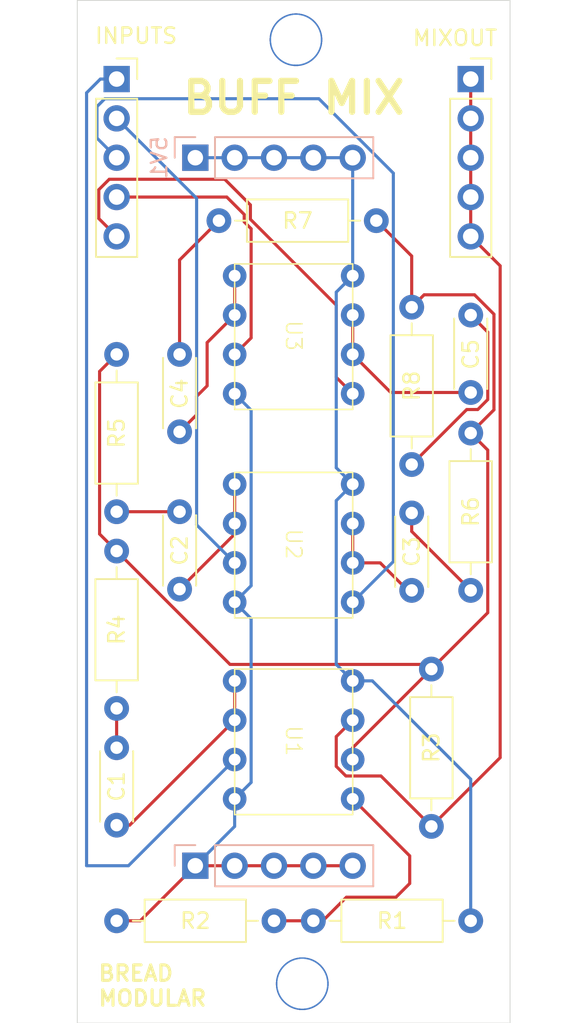
<source format=kicad_pcb>
(kicad_pcb (version 20240108) (generator "pcbnew") (generator_version "8.0")
  (layers (0 "F.Cu" signal) (31 "B.Cu" signal) (34 "B.Paste" user) (35 "F.Paste" user) (36 "B.SilkS" user "B.Silkscreen") (37 "F.SilkS" user "F.Silkscreen") (38 "B.Mask" user) (39 "F.Mask" user) (44 "Edge.Cuts" user))
  (net 0 "")
  (net 1 "GND")
  (net 2 "+5V")
  (net 3 "MIX OUT")
  (net 4 "Net-(C1-Pad2)")
  (net 5 "Net-(U1B-+)")
  (net 6 "Net-(U1A--)")
  (net 7 "INPUT 1")
  (net 8 "Net-(U1B--)")
  (net 9 "Net-(U2A--)")
  (net 10 "Net-(C2-Pad2)")
  (net 11 "Net-(U2B--)")
  (net 12 "Net-(C3-Pad2)")
  (net 13 "Net-(C4-Pad2)")
  (net 14 "Net-(U3A--)")
  (net 15 "Net-(U3B--)")
  (net 16 "Net-(C5-Pad2)")
  (net 17 "INPUT 5")
  (net 18 "INPUT 2")
  (net 19 "INPUT 4")
  (net 20 "INPUT 3")
  (footprint "Capacitor_THT:C_Disc_D4.3mm_W1.9mm_P5.00mm" (layer "F.Cu") (at 54.864 78.66 90)
    (property "Reference" "C2" (at 2.5 0 90) (layer "F.SilkS"))
    (property "Value" "C_Small")
    (fp_line (start 4.77 -1.07) (end 4.77 -1.055) (stroke (width 0.12)) (layer "F.SilkS"))
    (fp_line (start 0.23 -1.07) (end 4.77 -1.07) (stroke (width 0.12)) (layer "F.SilkS"))
    (fp_line (start 0.23 -1.07) (end 0.23 -1.055) (stroke (width 0.12)) (layer "F.SilkS"))
    (fp_line (start 4.77 1.055) (end 4.77 1.07) (stroke (width 0.12)) (layer "F.SilkS"))
    (fp_line (start 0.23 1.055) (end 0.23 1.07) (stroke (width 0.12)) (layer "F.SilkS"))
    (fp_line (start 0.23 1.07) (end 4.77 1.07) (stroke (width 0.12)) (layer "F.SilkS"))
    (pad "1" thru_hole circle (at 0 0 90) (size 1.6 1.6) (drill 0.8) (layers "*.Cu" "*.Mask") (net 9 "Net-(U2A--)"))
    (pad "2" thru_hole circle (at 5 0 90) (size 1.6 1.6) (drill 0.8) (layers "*.Cu" "*.Mask") (net 10 "Net-(C2-Pad2)"))
  )
  (footprint "Capacitor_THT:C_Disc_D4.3mm_W1.9mm_P5.00mm" (layer "F.Cu") (at 54.864 68.5 90)
    (property "Reference" "C4" (at 2.46 0 90) (layer "F.SilkS"))
    (property "Value" "C_Small")
    (fp_line (start 4.77 -1.07) (end 4.77 -1.055) (stroke (width 0.12)) (layer "F.SilkS"))
    (fp_line (start 0.23 -1.07) (end 4.77 -1.07) (stroke (width 0.12)) (layer "F.SilkS"))
    (fp_line (start 0.23 -1.07) (end 0.23 -1.055) (stroke (width 0.12)) (layer "F.SilkS"))
    (fp_line (start 4.77 1.055) (end 4.77 1.07) (stroke (width 0.12)) (layer "F.SilkS"))
    (fp_line (start 0.23 1.055) (end 0.23 1.07) (stroke (width 0.12)) (layer "F.SilkS"))
    (fp_line (start 0.23 1.07) (end 4.77 1.07) (stroke (width 0.12)) (layer "F.SilkS"))
    (pad "1" thru_hole circle (at 0 0 90) (size 1.6 1.6) (drill 0.8) (layers "*.Cu" "*.Mask") (net 14 "Net-(U3A--)"))
    (pad "2" thru_hole circle (at 5 0 90) (size 1.6 1.6) (drill 0.8) (layers "*.Cu" "*.Mask") (net 13 "Net-(C4-Pad2)"))
  )
  (footprint "Connector_PinSocket_2.54mm:PinSocket_1x05_P2.54mm_Vertical" (layer "F.Cu") (at 73.66 45.72)
    (property "Reference" "MIXOUT" (at -1.015145 -2.649623 0) (layer "F.SilkS"))
    (property "Value" "Conn_01x05_Socket")
    (fp_line (start -1.33 1.27) (end -1.33 11.49) (stroke (width 0.12)) (layer "F.SilkS"))
    (fp_line (start -1.33 1.27) (end 1.33 1.27) (stroke (width 0.12)) (layer "F.SilkS"))
    (fp_line (start -1.33 11.49) (end 1.33 11.49) (stroke (width 0.12)) (layer "F.SilkS"))
    (fp_line (start 0 -1.33) (end 1.33 -1.33) (stroke (width 0.12)) (layer "F.SilkS"))
    (fp_line (start 1.33 -1.33) (end 1.33 0) (stroke (width 0.12)) (layer "F.SilkS"))
    (fp_line (start 1.33 1.27) (end 1.33 11.49) (stroke (width 0.12)) (layer "F.SilkS"))
    (pad "1" thru_hole rect (at 0 0) (size 1.7 1.7) (drill 1) (layers "*.Cu" "*.Mask") (net 3 "MIX OUT"))
    (pad "2" thru_hole oval (at 0 2.54) (size 1.7 1.7) (drill 1) (layers "*.Cu" "*.Mask") (net 3 "MIX OUT"))
    (pad "3" thru_hole oval (at 0 5.08) (size 1.7 1.7) (drill 1) (layers "*.Cu" "*.Mask") (net 3 "MIX OUT"))
    (pad "4" thru_hole oval (at 0 7.62) (size 1.7 1.7) (drill 1) (layers "*.Cu" "*.Mask") (net 3 "MIX OUT"))
    (pad "5" thru_hole oval (at 0 10.16) (size 1.7 1.7) (drill 1) (layers "*.Cu" "*.Mask") (net 3 "MIX OUT"))
  )
  (footprint "Resistor_THT:R_Axial_DIN0207_L6.3mm_D2.5mm_P10.16mm_Horizontal" (layer "F.Cu") (at 50.8 100.076)
    (property "Reference" "R2" (at 5.08 0 0) (layer "F.SilkS"))
    (property "Value" "10K")
    (fp_line (start 1.04 0) (end 1.81 0) (stroke (width 0.12)) (layer "F.SilkS"))
    (fp_line (start 1.81 -1.37) (end 1.81 1.37) (stroke (width 0.12)) (layer "F.SilkS"))
    (fp_line (start 1.81 1.37) (end 8.35 1.37) (stroke (width 0.12)) (layer "F.SilkS"))
    (fp_line (start 8.35 -1.37) (end 1.81 -1.37) (stroke (width 0.12)) (layer "F.SilkS"))
    (fp_line (start 8.35 1.37) (end 8.35 -1.37) (stroke (width 0.12)) (layer "F.SilkS"))
    (fp_line (start 9.12 0) (end 8.35 0) (stroke (width 0.12)) (layer "F.SilkS"))
    (pad "1" thru_hole circle (at 0 0) (size 1.6 1.6) (drill 0.8) (layers "*.Cu" "*.Mask") (net 1 "GND"))
    (pad "2" thru_hole oval (at 10.16 0) (size 1.6 1.6) (drill 0.8) (layers "*.Cu" "*.Mask") (net 5 "Net-(U1B-+)"))
  )
  (footprint "Library:LM358_THT" (layer "F.Cu") (at 61.214 62.738 -90)
    (property "Reference" "U3" (at -0.4507 -1.016 -90) (layer "F.SilkS") (effects (font (thickness 0.1))))
    (property "Value" "LM358")
    (fp_line (start -5.08 2.794) (end -5.08 -4.826) (stroke (width 0.1)) (layer "F.SilkS"))
    (fp_line (start 4.318 2.794) (end -5.08 2.794) (stroke (width 0.1)) (layer "F.SilkS"))
    (fp_line (start -5.08 -4.826) (end 4.318 -4.826) (stroke (width 0.1)) (layer "F.SilkS"))
    (fp_line (start 4.318 -4.826) (end 4.318 2.794) (stroke (width 0.1)) (layer "F.SilkS"))
    (pad "1" thru_hole circle (at -4.318 2.794 270) (size 1.524 1.524) (drill 0.762) (layers "*.Cu" "*.Mask") (net 14 "Net-(U3A--)"))
    (pad "2" thru_hole circle (at -1.778 2.794 270) (size 1.524 1.524) (drill 0.762) (layers "*.Cu" "*.Mask") (net 14 "Net-(U3A--)"))
    (pad "3" thru_hole circle (at 0.762 2.794 270) (size 1.524 1.524) (drill 0.762) (layers "*.Cu" "*.Mask") (net 19 "INPUT 4"))
    (pad "4" thru_hole circle (at 3.302 2.794 270) (size 1.524 1.524) (drill 0.762) (layers "*.Cu" "*.Mask") (net 1 "GND"))
    (pad "5" thru_hole circle (at 3.302 -4.826 270) (size 1.524 1.524) (drill 0.762) (layers "*.Cu" "*.Mask") (net 17 "INPUT 5"))
    (pad "6" thru_hole circle (at 0.762 -4.826 270) (size 1.524 1.524) (drill 0.762) (layers "*.Cu" "*.Mask") (net 15 "Net-(U3B--)"))
    (pad "7" thru_hole circle (at -1.778 -4.826 270) (size 1.524 1.524) (drill 0.762) (layers "*.Cu" "*.Mask") (net 15 "Net-(U3B--)"))
    (pad "8" thru_hole circle (at -4.318 -4.826 270) (size 1.524 1.524) (drill 0.762) (layers "*.Cu" "*.Mask") (net 2 "+5V"))
  )
  (footprint "Connector_PinSocket_2.54mm:PinSocket_1x05_P2.54mm_Vertical" (layer "F.Cu") (at 50.8 45.72)
    (property "Reference" "INPUTS" (at 1.258129 -2.792587 0) (layer "F.SilkS"))
    (property "Value" "Conn_01x05_Socket")
    (fp_line (start -1.33 1.27) (end -1.33 11.49) (stroke (width 0.12)) (layer "F.SilkS"))
    (fp_line (start -1.33 1.27) (end 1.33 1.27) (stroke (width 0.12)) (layer "F.SilkS"))
    (fp_line (start -1.33 11.49) (end 1.33 11.49) (stroke (width 0.12)) (layer "F.SilkS"))
    (fp_line (start 0 -1.33) (end 1.33 -1.33) (stroke (width 0.12)) (layer "F.SilkS"))
    (fp_line (start 1.33 -1.33) (end 1.33 0) (stroke (width 0.12)) (layer "F.SilkS"))
    (fp_line (start 1.33 1.27) (end 1.33 11.49) (stroke (width 0.12)) (layer "F.SilkS"))
    (pad "1" thru_hole rect (at 0 0) (size 1.7 1.7) (drill 1) (layers "*.Cu" "*.Mask") (net 7 "INPUT 1"))
    (pad "2" thru_hole oval (at 0 2.54) (size 1.7 1.7) (drill 1) (layers "*.Cu" "*.Mask") (net 18 "INPUT 2"))
    (pad "3" thru_hole oval (at 0 5.08) (size 1.7 1.7) (drill 1) (layers "*.Cu" "*.Mask") (net 20 "INPUT 3"))
    (pad "4" thru_hole oval (at 0 7.62) (size 1.7 1.7) (drill 1) (layers "*.Cu" "*.Mask") (net 19 "INPUT 4"))
    (pad "5" thru_hole oval (at 0 10.16) (size 1.7 1.7) (drill 1) (layers "*.Cu" "*.Mask") (net 17 "INPUT 5"))
  )
  (footprint "Resistor_THT:R_Axial_DIN0207_L6.3mm_D2.5mm_P10.16mm_Horizontal" (layer "F.Cu") (at 63.5 100.076)
    (property "Reference" "R1" (at 5.08 0 0) (layer "F.SilkS"))
    (property "Value" "10K")
    (fp_line (start 1.04 0) (end 1.81 0) (stroke (width 0.12)) (layer "F.SilkS"))
    (fp_line (start 1.81 -1.37) (end 1.81 1.37) (stroke (width 0.12)) (layer "F.SilkS"))
    (fp_line (start 1.81 1.37) (end 8.35 1.37) (stroke (width 0.12)) (layer "F.SilkS"))
    (fp_line (start 8.35 -1.37) (end 1.81 -1.37) (stroke (width 0.12)) (layer "F.SilkS"))
    (fp_line (start 8.35 1.37) (end 8.35 -1.37) (stroke (width 0.12)) (layer "F.SilkS"))
    (fp_line (start 9.12 0) (end 8.35 0) (stroke (width 0.12)) (layer "F.SilkS"))
    (pad "1" thru_hole circle (at 0 0) (size 1.6 1.6) (drill 0.8) (layers "*.Cu" "*.Mask") (net 5 "Net-(U1B-+)"))
    (pad "2" thru_hole oval (at 10.16 0) (size 1.6 1.6) (drill 0.8) (layers "*.Cu" "*.Mask") (net 2 "+5V"))
  )
  (footprint "Resistor_THT:R_Axial_DIN0207_L6.3mm_D2.5mm_P10.16mm_Horizontal" (layer "F.Cu") (at 73.66 78.74 90)
    (property "Reference" "R6" (at 5.08 0 90) (layer "F.SilkS"))
    (property "Value" "100K")
    (fp_line (start 8.35 -1.37) (end 1.81 -1.37) (stroke (width 0.12)) (layer "F.SilkS"))
    (fp_line (start 1.81 -1.37) (end 1.81 1.37) (stroke (width 0.12)) (layer "F.SilkS"))
    (fp_line (start 9.12 0) (end 8.35 0) (stroke (width 0.12)) (layer "F.SilkS"))
    (fp_line (start 1.04 0) (end 1.81 0) (stroke (width 0.12)) (layer "F.SilkS"))
    (fp_line (start 8.35 1.37) (end 8.35 -1.37) (stroke (width 0.12)) (layer "F.SilkS"))
    (fp_line (start 1.81 1.37) (end 8.35 1.37) (stroke (width 0.12)) (layer "F.SilkS"))
    (pad "1" thru_hole circle (at 0 0 90) (size 1.6 1.6) (drill 0.8) (layers "*.Cu" "*.Mask") (net 12 "Net-(C3-Pad2)"))
    (pad "2" thru_hole oval (at 10.16 0 90) (size 1.6 1.6) (drill 0.8) (layers "*.Cu" "*.Mask") (net 8 "Net-(U1B--)"))
  )
  (footprint "Library:LM358_THT" (layer "F.Cu") (at 61.214 88.9 -90)
    (property "Reference" "U1" (at -0.4507 -1.016 -90) (layer "F.SilkS") (effects (font (thickness 0.1))))
    (property "Value" "LM358")
    (fp_line (start -5.08 2.794) (end -5.08 -4.826) (stroke (width 0.1)) (layer "F.SilkS"))
    (fp_line (start 4.318 2.794) (end -5.08 2.794) (stroke (width 0.1)) (layer "F.SilkS"))
    (fp_line (start -5.08 -4.826) (end 4.318 -4.826) (stroke (width 0.1)) (layer "F.SilkS"))
    (fp_line (start 4.318 -4.826) (end 4.318 2.794) (stroke (width 0.1)) (layer "F.SilkS"))
    (pad "1" thru_hole circle (at -4.318 2.794 270) (size 1.524 1.524) (drill 0.762) (layers "*.Cu" "*.Mask") (net 6 "Net-(U1A--)"))
    (pad "2" thru_hole circle (at -1.778 2.794 270) (size 1.524 1.524) (drill 0.762) (layers "*.Cu" "*.Mask") (net 6 "Net-(U1A--)"))
    (pad "3" thru_hole circle (at 0.762 2.794 270) (size 1.524 1.524) (drill 0.762) (layers "*.Cu" "*.Mask") (net 7 "INPUT 1"))
    (pad "4" thru_hole circle (at 3.302 2.794 270) (size 1.524 1.524) (drill 0.762) (layers "*.Cu" "*.Mask") (net 1 "GND"))
    (pad "5" thru_hole circle (at 3.302 -4.826 270) (size 1.524 1.524) (drill 0.762) (layers "*.Cu" "*.Mask") (net 5 "Net-(U1B-+)"))
    (pad "6" thru_hole circle (at 0.762 -4.826 270) (size 1.524 1.524) (drill 0.762) (layers "*.Cu" "*.Mask") (net 8 "Net-(U1B--)"))
    (pad "7" thru_hole circle (at -1.778 -4.826 270) (size 1.524 1.524) (drill 0.762) (layers "*.Cu" "*.Mask") (net 3 "MIX OUT"))
    (pad "8" thru_hole circle (at -4.318 -4.826 270) (size 1.524 1.524) (drill 0.762) (layers "*.Cu" "*.Mask") (net 2 "+5V"))
  )
  (footprint "Resistor_THT:R_Axial_DIN0207_L6.3mm_D2.5mm_P10.16mm_Horizontal" (layer "F.Cu") (at 50.8 86.36 90)
    (property "Reference" "R4" (at 5.08 0 90) (layer "F.SilkS"))
    (property "Value" "100K")
    (fp_line (start 8.35 -1.37) (end 1.81 -1.37) (stroke (width 0.12)) (layer "F.SilkS"))
    (fp_line (start 1.81 -1.37) (end 1.81 1.37) (stroke (width 0.12)) (layer "F.SilkS"))
    (fp_line (start 9.12 0) (end 8.35 0) (stroke (width 0.12)) (layer "F.SilkS"))
    (fp_line (start 1.04 0) (end 1.81 0) (stroke (width 0.12)) (layer "F.SilkS"))
    (fp_line (start 8.35 1.37) (end 8.35 -1.37) (stroke (width 0.12)) (layer "F.SilkS"))
    (fp_line (start 1.81 1.37) (end 8.35 1.37) (stroke (width 0.12)) (layer "F.SilkS"))
    (pad "1" thru_hole circle (at 0 0 90) (size 1.6 1.6) (drill 0.8) (layers "*.Cu" "*.Mask") (net 4 "Net-(C1-Pad2)"))
    (pad "2" thru_hole oval (at 10.16 0 90) (size 1.6 1.6) (drill 0.8) (layers "*.Cu" "*.Mask") (net 8 "Net-(U1B--)"))
  )
  (footprint "Resistor_THT:R_Axial_DIN0207_L6.3mm_D2.5mm_P10.16mm_Horizontal" (layer "F.Cu") (at 57.404 54.864)
    (property "Reference" "R7" (at 5.08 0 0) (layer "F.SilkS"))
    (property "Value" "100K")
    (fp_line (start 1.04 0) (end 1.81 0) (stroke (width 0.12)) (layer "F.SilkS"))
    (fp_line (start 1.81 -1.37) (end 1.81 1.37) (stroke (width 0.12)) (layer "F.SilkS"))
    (fp_line (start 1.81 1.37) (end 8.35 1.37) (stroke (width 0.12)) (layer "F.SilkS"))
    (fp_line (start 8.35 -1.37) (end 1.81 -1.37) (stroke (width 0.12)) (layer "F.SilkS"))
    (fp_line (start 8.35 1.37) (end 8.35 -1.37) (stroke (width 0.12)) (layer "F.SilkS"))
    (fp_line (start 9.12 0) (end 8.35 0) (stroke (width 0.12)) (layer "F.SilkS"))
    (pad "1" thru_hole circle (at 0 0) (size 1.6 1.6) (drill 0.8) (layers "*.Cu" "*.Mask") (net 13 "Net-(C4-Pad2)"))
    (pad "2" thru_hole oval (at 10.16 0) (size 1.6 1.6) (drill 0.8) (layers "*.Cu" "*.Mask") (net 8 "Net-(U1B--)"))
  )
  (footprint "Resistor_THT:R_Axial_DIN0207_L6.3mm_D2.5mm_P10.16mm_Horizontal" (layer "F.Cu") (at 71.12 83.82 -90)
    (property "Reference" "R3" (at 5.08 0 90) (layer "F.SilkS"))
    (property "Value" "100K")
    (fp_line (start 1.81 1.37) (end 8.35 1.37) (stroke (width 0.12)) (layer "F.SilkS"))
    (fp_line (start 8.35 1.37) (end 8.35 -1.37) (stroke (width 0.12)) (layer "F.SilkS"))
    (fp_line (start 1.04 0) (end 1.81 0) (stroke (width 0.12)) (layer "F.SilkS"))
    (fp_line (start 9.12 0) (end 8.35 0) (stroke (width 0.12)) (layer "F.SilkS"))
    (fp_line (start 1.81 -1.37) (end 1.81 1.37) (stroke (width 0.12)) (layer "F.SilkS"))
    (fp_line (start 8.35 -1.37) (end 1.81 -1.37) (stroke (width 0.12)) (layer "F.SilkS"))
    (pad "1" thru_hole circle (at 0 0 270) (size 1.6 1.6) (drill 0.8) (layers "*.Cu" "*.Mask") (net 8 "Net-(U1B--)"))
    (pad "2" thru_hole oval (at 10.16 0 270) (size 1.6 1.6) (drill 0.8) (layers "*.Cu" "*.Mask") (net 3 "MIX OUT"))
  )
  (footprint "Resistor_THT:R_Axial_DIN0207_L6.3mm_D2.5mm_P10.16mm_Horizontal" (layer "F.Cu") (at 50.8 73.66 90)
    (property "Reference" "R5" (at 5.08 0 90) (layer "F.SilkS"))
    (property "Value" "100K")
    (fp_line (start 8.35 -1.37) (end 1.81 -1.37) (stroke (width 0.12)) (layer "F.SilkS"))
    (fp_line (start 1.81 -1.37) (end 1.81 1.37) (stroke (width 0.12)) (layer "F.SilkS"))
    (fp_line (start 9.12 0) (end 8.35 0) (stroke (width 0.12)) (layer "F.SilkS"))
    (fp_line (start 1.04 0) (end 1.81 0) (stroke (width 0.12)) (layer "F.SilkS"))
    (fp_line (start 8.35 1.37) (end 8.35 -1.37) (stroke (width 0.12)) (layer "F.SilkS"))
    (fp_line (start 1.81 1.37) (end 8.35 1.37) (stroke (width 0.12)) (layer "F.SilkS"))
    (pad "1" thru_hole circle (at 0 0 90) (size 1.6 1.6) (drill 0.8) (layers "*.Cu" "*.Mask") (net 10 "Net-(C2-Pad2)"))
    (pad "2" thru_hole oval (at 10.16 0 90) (size 1.6 1.6) (drill 0.8) (layers "*.Cu" "*.Mask") (net 8 "Net-(U1B--)"))
  )
  (footprint "Capacitor_THT:C_Disc_D4.3mm_W1.9mm_P5.00mm" (layer "F.Cu") (at 50.8 93.9 90)
    (property "Reference" "C1" (at 2.5 0 90) (layer "F.SilkS"))
    (property "Value" "C_Small")
    (fp_line (start 4.77 -1.07) (end 4.77 -1.055) (stroke (width 0.12)) (layer "F.SilkS"))
    (fp_line (start 0.23 -1.07) (end 4.77 -1.07) (stroke (width 0.12)) (layer "F.SilkS"))
    (fp_line (start 0.23 -1.07) (end 0.23 -1.055) (stroke (width 0.12)) (layer "F.SilkS"))
    (fp_line (start 4.77 1.055) (end 4.77 1.07) (stroke (width 0.12)) (layer "F.SilkS"))
    (fp_line (start 0.23 1.055) (end 0.23 1.07) (stroke (width 0.12)) (layer "F.SilkS"))
    (fp_line (start 0.23 1.07) (end 4.77 1.07) (stroke (width 0.12)) (layer "F.SilkS"))
    (pad "1" thru_hole circle (at 0 0 90) (size 1.6 1.6) (drill 0.8) (layers "*.Cu" "*.Mask") (net 6 "Net-(U1A--)"))
    (pad "2" thru_hole circle (at 5 0 90) (size 1.6 1.6) (drill 0.8) (layers "*.Cu" "*.Mask") (net 4 "Net-(C1-Pad2)"))
  )
  (footprint "Capacitor_THT:C_Disc_D4.3mm_W1.9mm_P5.00mm" (layer "F.Cu") (at 73.66 65.96 90)
    (property "Reference" "C5" (at 2.46 0 90) (layer "F.SilkS"))
    (property "Value" "C_Small")
    (fp_line (start 4.77 -1.07) (end 4.77 -1.055) (stroke (width 0.12)) (layer "F.SilkS"))
    (fp_line (start 0.23 -1.07) (end 4.77 -1.07) (stroke (width 0.12)) (layer "F.SilkS"))
    (fp_line (start 0.23 -1.07) (end 0.23 -1.055) (stroke (width 0.12)) (layer "F.SilkS"))
    (fp_line (start 4.77 1.055) (end 4.77 1.07) (stroke (width 0.12)) (layer "F.SilkS"))
    (fp_line (start 0.23 1.055) (end 0.23 1.07) (stroke (width 0.12)) (layer "F.SilkS"))
    (fp_line (start 0.23 1.07) (end 4.77 1.07) (stroke (width 0.12)) (layer "F.SilkS"))
    (pad "1" thru_hole circle (at 0 0 90) (size 1.6 1.6) (drill 0.8) (layers "*.Cu" "*.Mask") (net 15 "Net-(U3B--)"))
    (pad "2" thru_hole circle (at 5 0 90) (size 1.6 1.6) (drill 0.8) (layers "*.Cu" "*.Mask") (net 16 "Net-(C5-Pad2)"))
  )
  (footprint "Resistor_THT:R_Axial_DIN0207_L6.3mm_D2.5mm_P10.16mm_Horizontal" (layer "F.Cu") (at 69.85 70.612 90)
    (property "Reference" "R8" (at 5.08 0 90) (layer "F.SilkS"))
    (property "Value" "100K")
    (fp_line (start 8.35 -1.37) (end 1.81 -1.37) (stroke (width 0.12)) (layer "F.SilkS"))
    (fp_line (start 1.81 -1.37) (end 1.81 1.37) (stroke (width 0.12)) (layer "F.SilkS"))
    (fp_line (start 9.12 0) (end 8.35 0) (stroke (width 0.12)) (layer "F.SilkS"))
    (fp_line (start 1.04 0) (end 1.81 0) (stroke (width 0.12)) (layer "F.SilkS"))
    (fp_line (start 8.35 1.37) (end 8.35 -1.37) (stroke (width 0.12)) (layer "F.SilkS"))
    (fp_line (start 1.81 1.37) (end 8.35 1.37) (stroke (width 0.12)) (layer "F.SilkS"))
    (pad "1" thru_hole circle (at 0 0 90) (size 1.6 1.6) (drill 0.8) (layers "*.Cu" "*.Mask") (net 16 "Net-(C5-Pad2)"))
    (pad "2" thru_hole oval (at 10.16 0 90) (size 1.6 1.6) (drill 0.8) (layers "*.Cu" "*.Mask") (net 8 "Net-(U1B--)"))
  )
  (footprint "Library:LM358_THT" (layer "F.Cu") (at 61.214 76.2 -90)
    (property "Reference" "U2" (at -0.4507 -1.016 -90) (layer "F.SilkS") (effects (font (thickness 0.1))))
    (property "Value" "LM358")
    (fp_line (start -5.08 2.794) (end -5.08 -4.826) (stroke (width 0.1)) (layer "F.SilkS"))
    (fp_line (start 4.318 2.794) (end -5.08 2.794) (stroke (width 0.1)) (layer "F.SilkS"))
    (fp_line (start -5.08 -4.826) (end 4.318 -4.826) (stroke (width 0.1)) (layer "F.SilkS"))
    (fp_line (start 4.318 -4.826) (end 4.318 2.794) (stroke (width 0.1)) (layer "F.SilkS"))
    (pad "1" thru_hole circle (at -4.318 2.794 270) (size 1.524 1.524) (drill 0.762) (layers "*.Cu" "*.Mask") (net 9 "Net-(U2A--)"))
    (pad "2" thru_hole circle (at -1.778 2.794 270) (size 1.524 1.524) (drill 0.762) (layers "*.Cu" "*.Mask") (net 9 "Net-(U2A--)"))
    (pad "3" thru_hole circle (at 0.762 2.794 270) (size 1.524 1.524) (drill 0.762) (layers "*.Cu" "*.Mask") (net 18 "INPUT 2"))
    (pad "4" thru_hole circle (at 3.302 2.794 270) (size 1.524 1.524) (drill 0.762) (layers "*.Cu" "*.Mask") (net 1 "GND"))
    (pad "5" thru_hole circle (at 3.302 -4.826 270) (size 1.524 1.524) (drill 0.762) (layers "*.Cu" "*.Mask") (net 20 "INPUT 3"))
    (pad "6" thru_hole circle (at 0.762 -4.826 270) (size 1.524 1.524) (drill 0.762) (layers "*.Cu" "*.Mask") (net 11 "Net-(U2B--)"))
    (pad "7" thru_hole circle (at -1.778 -4.826 270) (size 1.524 1.524) (drill 0.762) (layers "*.Cu" "*.Mask") (net 11 "Net-(U2B--)"))
    (pad "8" thru_hole circle (at -4.318 -4.826 270) (size 1.524 1.524) (drill 0.762) (layers "*.Cu" "*.Mask") (net 2 "+5V"))
  )
  (footprint "Capacitor_THT:C_Disc_D4.3mm_W1.9mm_P5.00mm" (layer "F.Cu") (at 69.85 78.74 90)
    (property "Reference" "C3" (at 2.5 0 90) (layer "F.SilkS"))
    (property "Value" "C_Small")
    (fp_line (start 4.77 -1.07) (end 4.77 -1.055) (stroke (width 0.12)) (layer "F.SilkS"))
    (fp_line (start 0.23 -1.07) (end 4.77 -1.07) (stroke (width 0.12)) (layer "F.SilkS"))
    (fp_line (start 0.23 -1.07) (end 0.23 -1.055) (stroke (width 0.12)) (layer "F.SilkS"))
    (fp_line (start 4.77 1.055) (end 4.77 1.07) (stroke (width 0.12)) (layer "F.SilkS"))
    (fp_line (start 0.23 1.055) (end 0.23 1.07) (stroke (width 0.12)) (layer "F.SilkS"))
    (fp_line (start 0.23 1.07) (end 4.77 1.07) (stroke (width 0.12)) (layer "F.SilkS"))
    (pad "1" thru_hole circle (at 0 0 90) (size 1.6 1.6) (drill 0.8) (layers "*.Cu" "*.Mask") (net 11 "Net-(U2B--)"))
    (pad "2" thru_hole circle (at 5 0 90) (size 1.6 1.6) (drill 0.8) (layers "*.Cu" "*.Mask") (net 12 "Net-(C3-Pad2)"))
  )
  (footprint "Connector_PinHeader_2.54mm:PinHeader_1x05_P2.54mm_Vertical" (layer "B.Cu") (at 55.88 50.8 -90)
    (property "Reference" "5V1" (at 0 2.33 90) (layer "B.SilkS") (effects (justify mirror)))
    (property "Value" "Conn_01x05_Pin")
    (fp_line (start -1.33 1.33) (end -1.33 0) (stroke (width 0.12)) (layer "B.SilkS"))
    (fp_line (start 0 1.33) (end -1.33 1.33) (stroke (width 0.12)) (layer "B.SilkS"))
    (fp_line (start 1.33 -1.27) (end -1.33 -1.27) (stroke (width 0.12)) (layer "B.SilkS"))
    (fp_line (start -1.33 -11.49) (end -1.33 -1.27) (stroke (width 0.12)) (layer "B.SilkS"))
    (fp_line (start 1.33 -11.49) (end 1.33 -1.27) (stroke (width 0.12)) (layer "B.SilkS"))
    (fp_line (start 1.33 -11.49) (end -1.33 -11.49) (stroke (width 0.12)) (layer "B.SilkS"))
    (pad "1" thru_hole rect (at 0 0 270) (size 1.7 1.7) (drill 1) (layers "*.Cu" "*.Mask") (net 2 "+5V"))
    (pad "2" thru_hole oval (at 0 -2.54 270) (size 1.7 1.7) (drill 1) (layers "*.Cu" "*.Mask") (net 2 "+5V"))
    (pad "3" thru_hole oval (at 0 -5.08 270) (size 1.7 1.7) (drill 1) (layers "*.Cu" "*.Mask") (net 2 "+5V"))
    (pad "4" thru_hole oval (at 0 -7.62 270) (size 1.7 1.7) (drill 1) (layers "*.Cu" "*.Mask") (net 2 "+5V"))
    (pad "5" thru_hole oval (at 0 -10.16 270) (size 1.7 1.7) (drill 1) (layers "*.Cu" "*.Mask") (net 2 "+5V"))
  )
  (footprint "Connector_PinHeader_2.54mm:PinHeader_1x05_P2.54mm_Vertical" (layer "B.Cu") (at 55.88 96.52 -90)
    (property "Reference" "GND1" (hide yes))
    (property "Value" "Conn_01x05_Pin")
    (fp_line (start -1.33 1.33) (end -1.33 0) (stroke (width 0.12)) (layer "B.SilkS"))
    (fp_line (start 0 1.33) (end -1.33 1.33) (stroke (width 0.12)) (layer "B.SilkS"))
    (fp_line (start 1.33 -1.27) (end -1.33 -1.27) (stroke (width 0.12)) (layer "B.SilkS"))
    (fp_line (start -1.33 -11.49) (end -1.33 -1.27) (stroke (width 0.12)) (layer "B.SilkS"))
    (fp_line (start 1.33 -11.49) (end 1.33 -1.27) (stroke (width 0.12)) (layer "B.SilkS"))
    (fp_line (start 1.33 -11.49) (end -1.33 -11.49) (stroke (width 0.12)) (layer "B.SilkS"))
    (pad "1" thru_hole rect (at 0 0 270) (size 1.7 1.7) (drill 1) (layers "*.Cu" "*.Mask") (net 1 "GND"))
    (pad "2" thru_hole oval (at 0 -2.54 270) (size 1.7 1.7) (drill 1) (layers "*.Cu" "*.Mask") (net 1 "GND"))
    (pad "3" thru_hole oval (at 0 -5.08 270) (size 1.7 1.7) (drill 1) (layers "*.Cu" "*.Mask") (net 1 "GND"))
    (pad "4" thru_hole oval (at 0 -7.62 270) (size 1.7 1.7) (drill 1) (layers "*.Cu" "*.Mask") (net 1 "GND"))
    (pad "5" thru_hole oval (at 0 -10.16 270) (size 1.7 1.7) (drill 1) (layers "*.Cu" "*.Mask") (net 1 "GND"))
  )
  (gr_line (start 48.26 106.68) (end 76.2 106.68) (stroke (width 0.05)) (layer "Edge.Cuts"))
  (gr_line (start 48.26 104.14) (end 48.26 106.68) (stroke (width 0.05)) (layer "Edge.Cuts"))
  (gr_line (start 76.2 40.64) (end 48.26 40.64) (stroke (width 0.05)) (layer "Edge.Cuts"))
  (gr_line (start 48.26 40.64) (end 48.26 104.14) (stroke (width 0.05)) (layer "Edge.Cuts"))
  (gr_line (start 76.2 106.68) (end 76.2 40.64) (stroke (width 0.05)) (layer "Edge.Cuts"))
  (gr_text "BUFF MIX" (at 54.881419 48.103513 0) (layer "F.SilkS") (effects (font (size 2 2) (thickness 0.4) (bold yes)) (justify left bottom)))
  (gr_text "BREAD\nMODULAR" (at 49.53 105.664 0) (layer "F.SilkS") (effects (font (size 1 1) (thickness 0.2) (bold yes)) (justify left bottom)))
  (via (at 62.37758 43.18) (size 3.4) (drill 3.2) (layers "F.Cu" "B.Cu") (net 0))
  (via (at 62.784908 104.14) (size 3.4) (drill 3.2) (layers "F.Cu" "B.Cu") (net 0))
  (via (at 62.37758 43.18) (size 3.4) (drill 3.2) (layers "F.Cu" "B.Cu") (net 0))
  (via (at 62.784908 104.14) (size 3.4) (drill 3.2) (layers "F.Cu" "B.Cu") (net 0))
  (via (at 62.784908 104.14) (size 3.4) (drill 3.2) (layers "F.Cu" "B.Cu") (net 0))
  (via (at 62.784908 104.14) (size 3.4) (drill 3.2) (layers "F.Cu" "B.Cu") (net 0))
  (via (at 62.37758 43.18) (size 3.4) (drill 3.2) (layers "F.Cu" "B.Cu") (net 0))
  (via (at 62.37758 43.18) (size 3.4) (drill 3.2) (layers "F.Cu" "B.Cu") (net 0))
  (segment (start 52.324 100.076) (end 55.88 96.52) (width 0.2) (layer "F.Cu") (net 1))
  (segment (start 50.8 100.076) (end 52.324 100.076) (width 0.2) (layer "F.Cu") (net 1))
  (segment (start 58.42 96.52) (end 66.04 96.52) (width 0.2) (layer "F.Cu") (net 1))
  (segment (start 55.88 96.52) (end 58.42 96.52) (width 0.2) (layer "F.Cu") (net 1))
  (segment (start 59.482 78.44) (end 58.42 79.502) (width 0.2) (layer "B.Cu") (net 1))
  (segment (start 58.42 66.04) (end 59.482 67.102) (width 0.2) (layer "B.Cu") (net 1))
  (segment (start 59.482 80.564) (end 59.482 91.14) (width 0.2) (layer "B.Cu") (net 1))
  (segment (start 58.42 79.502) (end 59.482 80.564) (width 0.2) (layer "B.Cu") (net 1))
  (segment (start 59.482 91.14) (end 58.42 92.202) (width 0.2) (layer "B.Cu") (net 1))
  (segment (start 58.42 92.202) (end 58.42 93.98) (width 0.2) (layer "B.Cu") (net 1))
  (segment (start 59.482 67.102) (end 59.482 78.44) (width 0.2) (layer "B.Cu") (net 1))
  (segment (start 58.42 93.98) (end 55.88 96.52) (width 0.2) (layer "B.Cu") (net 1))
  (segment (start 73.66 100.076) (end 73.66 90.932) (width 0.2) (layer "B.Cu") (net 2))
  (segment (start 66.04 71.882) (end 64.978 72.944) (width 0.2) (layer "B.Cu") (net 2))
  (segment (start 64.978 83.52) (end 66.04 84.582) (width 0.2) (layer "B.Cu") (net 2))
  (segment (start 64.978 72.944) (end 64.978 83.52) (width 0.2) (layer "B.Cu") (net 2))
  (segment (start 66.04 50.8) (end 66.04 58.42) (width 0.2) (layer "B.Cu") (net 2))
  (segment (start 64.978 70.82) (end 66.04 71.882) (width 0.2) (layer "B.Cu") (net 2))
  (segment (start 64.978 59.482) (end 64.978 70.82) (width 0.2) (layer "B.Cu") (net 2))
  (segment (start 66.04 58.42) (end 64.978 59.482) (width 0.2) (layer "B.Cu") (net 2))
  (segment (start 55.88 50.8) (end 66.04 50.8) (width 0.2) (layer "B.Cu") (net 2))
  (segment (start 67.31 84.582) (end 66.04 84.582) (width 0.2) (layer "B.Cu") (net 2))
  (segment (start 73.66 90.932) (end 67.31 84.582) (width 0.2) (layer "B.Cu") (net 2))
  (segment (start 75.56 89.54) (end 71.12 93.98) (width 0.2) (layer "F.Cu") (net 3))
  (segment (start 71.12 93.98) (end 67.864 90.724) (width 0.2) (layer "F.Cu") (net 3))
  (segment (start 75.56 57.78) (end 75.56 89.54) (width 0.2) (layer "F.Cu") (net 3))
  (segment (start 65.600105 90.724) (end 64.978 90.101895) (width 0.2) (layer "F.Cu") (net 3))
  (segment (start 64.978 88.184) (end 66.04 87.122) (width 0.2) (layer "F.Cu") (net 3))
  (segment (start 67.864 90.724) (end 65.600105 90.724) (width 0.2) (layer "F.Cu") (net 3))
  (segment (start 73.66 55.88) (end 75.56 57.78) (width 0.2) (layer "F.Cu") (net 3))
  (segment (start 73.66 55.88) (end 73.66 45.72) (width 0.2) (layer "F.Cu") (net 3))
  (segment (start 64.978 90.101895) (end 64.978 88.184) (width 0.2) (layer "F.Cu") (net 3))
  (segment (start 50.8 88.9) (end 50.8 86.36) (width 0.2) (layer "F.Cu") (net 4))
  (segment (start 65.634346 98.552) (end 64.110346 100.076) (width 0.2) (layer "F.Cu") (net 5))
  (segment (start 69.723 97.663) (end 68.834 98.552) (width 0.2) (layer "F.Cu") (net 5))
  (segment (start 64.110346 100.076) (end 63.5 100.076) (width 0.2) (layer "F.Cu") (net 5))
  (segment (start 69.723 95.885) (end 69.723 97.663) (width 0.2) (layer "F.Cu") (net 5))
  (segment (start 68.834 98.552) (end 65.634346 98.552) (width 0.2) (layer "F.Cu") (net 5))
  (segment (start 66.04 92.202) (end 69.723 95.885) (width 0.2) (layer "F.Cu") (net 5))
  (segment (start 63.5 100.076) (end 60.96 100.076) (width 0.2) (layer "F.Cu") (net 5))
  (segment (start 58.42 87.122) (end 51.642 93.9) (width 0.2) (layer "F.Cu") (net 6))
  (segment (start 51.642 93.9) (end 50.8 93.9) (width 0.2) (layer "F.Cu") (net 6))
  (segment (start 58.42 84.582) (end 58.42 87.122) (width 0.2) (layer "F.Cu") (net 6))
  (segment (start 51.562 96.52) (end 58.42 89.662) (width 0.2) (layer "B.Cu") (net 7))
  (segment (start 49.75 45.72) (end 48.86 46.61) (width 0.2) (layer "B.Cu") (net 7))
  (segment (start 50.8 45.72) (end 49.75 45.72) (width 0.2) (layer "B.Cu") (net 7))
  (segment (start 48.86 96.52) (end 51.562 96.52) (width 0.2) (layer "B.Cu") (net 7))
  (segment (start 48.86 46.61) (end 48.86 96.52) (width 0.2) (layer "B.Cu") (net 7))
  (segment (start 71.12 83.82) (end 66.04 88.9) (width 0.2) (layer "F.Cu") (net 8))
  (segment (start 74.76 80.18) (end 71.12 83.82) (width 0.2) (layer "F.Cu") (net 8))
  (segment (start 70.649999 59.652001) (end 73.907636 59.652001) (width 0.2) (layer "F.Cu") (net 8))
  (segment (start 73.66 68.58) (end 74.76 69.68) (width 0.2) (layer "F.Cu") (net 8))
  (segment (start 70.82 83.52) (end 71.12 83.82) (width 0.2) (layer "F.Cu") (net 8))
  (segment (start 49.7 75.1) (end 50.8 76.2) (width 0.2) (layer "F.Cu") (net 8))
  (segment (start 75.16 67.08) (end 73.66 68.58) (width 0.2) (layer "F.Cu") (net 8))
  (segment (start 69.85 60.452) (end 69.85 57.15) (width 0.2) (layer "F.Cu") (net 8))
  (segment (start 69.85 60.452) (end 70.649999 59.652001) (width 0.2) (layer "F.Cu") (net 8))
  (segment (start 74.76 69.68) (end 74.76 80.18) (width 0.2) (layer "F.Cu") (net 8))
  (segment (start 58.12 83.52) (end 70.82 83.52) (width 0.2) (layer "F.Cu") (net 8))
  (segment (start 75.16 60.904365) (end 75.16 67.08) (width 0.2) (layer "F.Cu") (net 8))
  (segment (start 49.7 64.6) (end 49.7 75.1) (width 0.2) (layer "F.Cu") (net 8))
  (segment (start 69.85 57.15) (end 67.564 54.864) (width 0.2) (layer "F.Cu") (net 8))
  (segment (start 50.8 63.5) (end 49.7 64.6) (width 0.2) (layer "F.Cu") (net 8))
  (segment (start 73.907636 59.652001) (end 75.16 60.904365) (width 0.2) (layer "F.Cu") (net 8))
  (segment (start 50.8 76.2) (end 58.12 83.52) (width 0.2) (layer "F.Cu") (net 8))
  (segment (start 66.04 88.9) (end 66.04 89.662) (width 0.2) (layer "F.Cu") (net 8))
  (segment (start 54.864 78.66) (end 58.42 75.104) (width 0.2) (layer "F.Cu") (net 9))
  (segment (start 58.42 75.104) (end 58.42 74.422) (width 0.2) (layer "F.Cu") (net 9))
  (segment (start 58.42 71.882) (end 58.42 74.422) (width 0.2) (layer "F.Cu") (net 9))
  (segment (start 54.864 73.66) (end 50.8 73.66) (width 0.2) (layer "F.Cu") (net 10))
  (segment (start 69.85 78.74) (end 69.596 78.74) (width 0.2) (layer "F.Cu") (net 11))
  (segment (start 66.04 74.422) (end 66.04 76.962) (width 0.2) (layer "F.Cu") (net 11))
  (segment (start 67.818 76.962) (end 66.04 76.962) (width 0.2) (layer "F.Cu") (net 11))
  (segment (start 69.596 78.74) (end 67.818 76.962) (width 0.2) (layer "F.Cu") (net 11))
  (segment (start 69.85 73.74) (end 69.85 74.93) (width 0.2) (layer "F.Cu") (net 12))
  (segment (start 69.85 74.93) (end 73.66 78.74) (width 0.2) (layer "F.Cu") (net 12))
  (segment (start 57.404 54.864) (end 54.864 57.404) (width 0.2) (layer "F.Cu") (net 13))
  (segment (start 54.864 57.404) (end 54.864 63.5) (width 0.2) (layer "F.Cu") (net 13))
  (segment (start 58.42 60.96) (end 58.42 58.42) (width 0.2) (layer "F.Cu") (net 14))
  (segment (start 56.642 65.532) (end 56.642 62.738) (width 0.2) (layer "F.Cu") (net 14))
  (segment (start 54.864 68.5) (end 55.964 67.4) (width 0.2) (layer "F.Cu") (net 14))
  (segment (start 55.964 67.4) (end 55.964 66.21) (width 0.2) (layer "F.Cu") (net 14))
  (segment (start 56.642 62.738) (end 58.42 60.96) (width 0.2) (layer "F.Cu") (net 14))
  (segment (start 55.964 66.21) (end 56.642 65.532) (width 0.2) (layer "F.Cu") (net 14))
  (segment (start 73.66 65.96) (end 68.5 65.96) (width 0.2) (layer "F.Cu") (net 15))
  (segment (start 68.5 65.96) (end 66.04 63.5) (width 0.2) (layer "F.Cu") (net 15))
  (segment (start 66.04 63.5) (end 66.04 60.96) (width 0.2) (layer "F.Cu") (net 15))
  (segment (start 74.115635 67.06) (end 74.76 66.415635) (width 0.2) (layer "F.Cu") (net 16))
  (segment (start 69.85 70.612) (end 73.402 67.06) (width 0.2) (layer "F.Cu") (net 16))
  (segment (start 74.76 66.415635) (end 74.76 62.06) (width 0.2) (layer "F.Cu") (net 16))
  (segment (start 73.402 67.06) (end 74.115635 67.06) (width 0.2) (layer "F.Cu") (net 16))
  (segment (start 74.76 62.06) (end 73.66 60.96) (width 0.2) (layer "F.Cu") (net 16))
  (segment (start 50.323654 52.19) (end 57.778 52.19) (width 0.2) (layer "F.Cu") (net 17))
  (segment (start 50.8 55.88) (end 49.65 54.73) (width 0.2) (layer "F.Cu") (net 17))
  (segment (start 49.65 52.863654) (end 50.323654 52.19) (width 0.2) (layer "F.Cu") (net 17))
  (segment (start 64.978 64.978) (end 66.04 66.04) (width 0.2) (layer "F.Cu") (net 17))
  (segment (start 49.65 54.73) (end 49.65 52.863654) (width 0.2) (layer "F.Cu") (net 17))
  (segment (start 59.436 54.774679) (end 64.978 60.316679) (width 0.2) (layer "F.Cu") (net 17))
  (segment (start 57.778 52.19) (end 59.436 53.848) (width 0.2) (layer "F.Cu") (net 17))
  (segment (start 64.978 60.316679) (end 64.978 64.978) (width 0.2) (layer "F.Cu") (net 17))
  (segment (start 59.436 53.848) (end 59.436 54.774679) (width 0.2) (layer "F.Cu") (net 17))
  (segment (start 55.964 74.506) (end 58.42 76.962) (width 0.2) (layer "B.Cu") (net 18))
  (segment (start 50.8 48.26) (end 55.964 53.424) (width 0.2) (layer "B.Cu") (net 18))
  (segment (start 55.964 53.424) (end 55.964 74.506) (width 0.2) (layer "B.Cu") (net 18))
  (segment (start 59.036 54.940365) (end 59.270315 55.174679) (width 0.2) (layer "F.Cu") (net 19))
  (segment (start 59.270315 55.174679) (end 59.482 55.386365) (width 0.2) (layer "F.Cu") (net 19))
  (segment (start 59.482 62.438) (end 58.42 63.5) (width 0.2) (layer "F.Cu") (net 19))
  (segment (start 59.482 55.386365) (end 59.482 62.438) (width 0.2) (layer "F.Cu") (net 19))
  (segment (start 57.912 53.34) (end 59.036 54.464) (width 0.2) (layer "F.Cu") (net 19))
  (segment (start 50.8 53.34) (end 57.912 53.34) (width 0.2) (layer "F.Cu") (net 19))
  (segment (start 59.036 54.464) (end 59.036 54.940365) (width 0.2) (layer "F.Cu") (net 19))
  (segment (start 68.664 76.878) (end 66.04 79.502) (width 0.2) (layer "B.Cu") (net 20))
  (segment (start 50.8 50.8) (end 49.53 49.53) (width 0.2) (layer "B.Cu") (net 20))
  (segment (start 63.856346 46.99) (end 68.664 51.797654) (width 0.2) (layer "B.Cu") (net 20))
  (segment (start 49.53 49.53) (end 49.53 47.498) (width 0.2) (layer "B.Cu") (net 20))
  (segment (start 50.038 46.99) (end 63.856346 46.99) (width 0.2) (layer "B.Cu") (net 20))
  (segment (start 49.53 47.498) (end 50.038 46.99) (width 0.2) (layer "B.Cu") (net 20))
  (segment (start 68.664 51.797654) (end 68.664 76.878) (width 0.2) (layer "B.Cu") (net 20))
)
</source>
